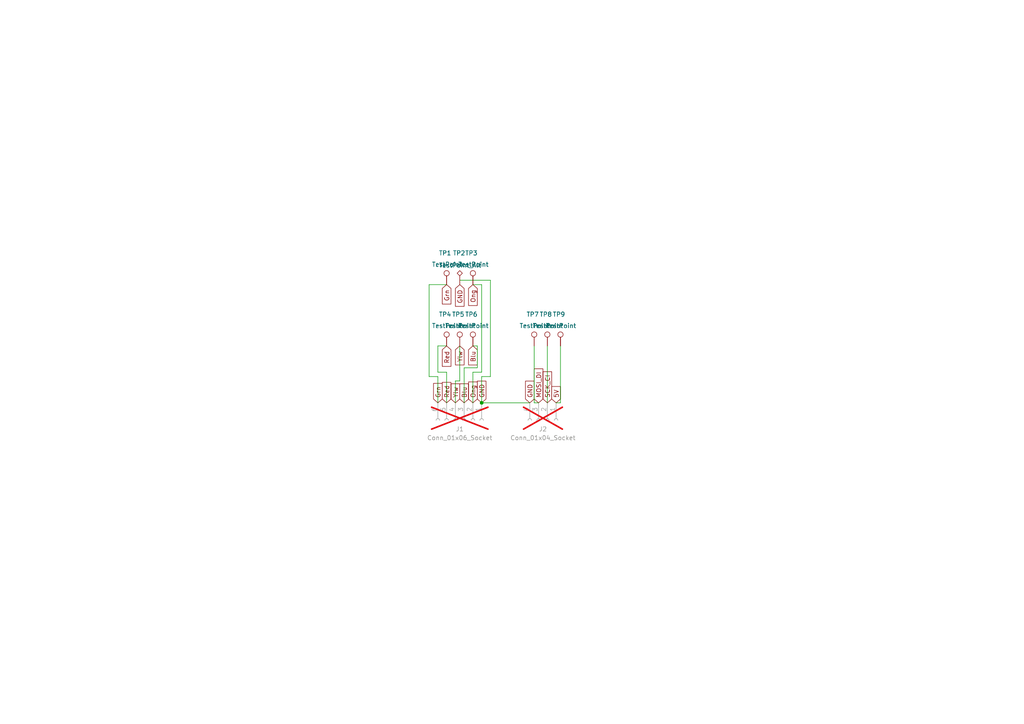
<source format=kicad_sch>
(kicad_sch
	(version 20231120)
	(generator "eeschema")
	(generator_version "8.0")
	(uuid "10916d6f-42d4-43e4-86bb-5b0bcc61a618")
	(paper "A4")
	(lib_symbols
		(symbol "Connector:Conn_01x04_Socket"
			(pin_names
				(offset 1.016) hide)
			(exclude_from_sim no)
			(in_bom yes)
			(on_board yes)
			(property "Reference" "J"
				(at 0 5.08 0)
				(effects
					(font
						(size 1.27 1.27)
					)
				)
			)
			(property "Value" "Conn_01x04_Socket"
				(at 0 -7.62 0)
				(effects
					(font
						(size 1.27 1.27)
					)
				)
			)
			(property "Footprint" ""
				(at 0 0 0)
				(effects
					(font
						(size 1.27 1.27)
					)
					(hide yes)
				)
			)
			(property "Datasheet" "~"
				(at 0 0 0)
				(effects
					(font
						(size 1.27 1.27)
					)
					(hide yes)
				)
			)
			(property "Description" "Generic connector, single row, 01x04, script generated"
				(at 0 0 0)
				(effects
					(font
						(size 1.27 1.27)
					)
					(hide yes)
				)
			)
			(property "ki_locked" ""
				(at 0 0 0)
				(effects
					(font
						(size 1.27 1.27)
					)
				)
			)
			(property "ki_keywords" "connector"
				(at 0 0 0)
				(effects
					(font
						(size 1.27 1.27)
					)
					(hide yes)
				)
			)
			(property "ki_fp_filters" "Connector*:*_1x??_*"
				(at 0 0 0)
				(effects
					(font
						(size 1.27 1.27)
					)
					(hide yes)
				)
			)
			(symbol "Conn_01x04_Socket_1_1"
				(arc
					(start 0 -4.572)
					(mid -0.5058 -5.08)
					(end 0 -5.588)
					(stroke
						(width 0.1524)
						(type default)
					)
					(fill
						(type none)
					)
				)
				(arc
					(start 0 -2.032)
					(mid -0.5058 -2.54)
					(end 0 -3.048)
					(stroke
						(width 0.1524)
						(type default)
					)
					(fill
						(type none)
					)
				)
				(polyline
					(pts
						(xy -1.27 -5.08) (xy -0.508 -5.08)
					)
					(stroke
						(width 0.1524)
						(type default)
					)
					(fill
						(type none)
					)
				)
				(polyline
					(pts
						(xy -1.27 -2.54) (xy -0.508 -2.54)
					)
					(stroke
						(width 0.1524)
						(type default)
					)
					(fill
						(type none)
					)
				)
				(polyline
					(pts
						(xy -1.27 0) (xy -0.508 0)
					)
					(stroke
						(width 0.1524)
						(type default)
					)
					(fill
						(type none)
					)
				)
				(polyline
					(pts
						(xy -1.27 2.54) (xy -0.508 2.54)
					)
					(stroke
						(width 0.1524)
						(type default)
					)
					(fill
						(type none)
					)
				)
				(arc
					(start 0 0.508)
					(mid -0.5058 0)
					(end 0 -0.508)
					(stroke
						(width 0.1524)
						(type default)
					)
					(fill
						(type none)
					)
				)
				(arc
					(start 0 3.048)
					(mid -0.5058 2.54)
					(end 0 2.032)
					(stroke
						(width 0.1524)
						(type default)
					)
					(fill
						(type none)
					)
				)
				(pin passive line
					(at -5.08 2.54 0)
					(length 3.81)
					(name "Pin_1"
						(effects
							(font
								(size 1.27 1.27)
							)
						)
					)
					(number "1"
						(effects
							(font
								(size 1.27 1.27)
							)
						)
					)
				)
				(pin passive line
					(at -5.08 0 0)
					(length 3.81)
					(name "Pin_2"
						(effects
							(font
								(size 1.27 1.27)
							)
						)
					)
					(number "2"
						(effects
							(font
								(size 1.27 1.27)
							)
						)
					)
				)
				(pin passive line
					(at -5.08 -2.54 0)
					(length 3.81)
					(name "Pin_3"
						(effects
							(font
								(size 1.27 1.27)
							)
						)
					)
					(number "3"
						(effects
							(font
								(size 1.27 1.27)
							)
						)
					)
				)
				(pin passive line
					(at -5.08 -5.08 0)
					(length 3.81)
					(name "Pin_4"
						(effects
							(font
								(size 1.27 1.27)
							)
						)
					)
					(number "4"
						(effects
							(font
								(size 1.27 1.27)
							)
						)
					)
				)
			)
		)
		(symbol "Connector:Conn_01x06_Socket"
			(pin_names
				(offset 1.016) hide)
			(exclude_from_sim no)
			(in_bom yes)
			(on_board yes)
			(property "Reference" "J"
				(at 0 7.62 0)
				(effects
					(font
						(size 1.27 1.27)
					)
				)
			)
			(property "Value" "Conn_01x06_Socket"
				(at 0 -10.16 0)
				(effects
					(font
						(size 1.27 1.27)
					)
				)
			)
			(property "Footprint" ""
				(at 0 0 0)
				(effects
					(font
						(size 1.27 1.27)
					)
					(hide yes)
				)
			)
			(property "Datasheet" "~"
				(at 0 0 0)
				(effects
					(font
						(size 1.27 1.27)
					)
					(hide yes)
				)
			)
			(property "Description" "Generic connector, single row, 01x06, script generated"
				(at 0 0 0)
				(effects
					(font
						(size 1.27 1.27)
					)
					(hide yes)
				)
			)
			(property "ki_locked" ""
				(at 0 0 0)
				(effects
					(font
						(size 1.27 1.27)
					)
				)
			)
			(property "ki_keywords" "connector"
				(at 0 0 0)
				(effects
					(font
						(size 1.27 1.27)
					)
					(hide yes)
				)
			)
			(property "ki_fp_filters" "Connector*:*_1x??_*"
				(at 0 0 0)
				(effects
					(font
						(size 1.27 1.27)
					)
					(hide yes)
				)
			)
			(symbol "Conn_01x06_Socket_1_1"
				(arc
					(start 0 -7.112)
					(mid -0.5058 -7.62)
					(end 0 -8.128)
					(stroke
						(width 0.1524)
						(type default)
					)
					(fill
						(type none)
					)
				)
				(arc
					(start 0 -4.572)
					(mid -0.5058 -5.08)
					(end 0 -5.588)
					(stroke
						(width 0.1524)
						(type default)
					)
					(fill
						(type none)
					)
				)
				(arc
					(start 0 -2.032)
					(mid -0.5058 -2.54)
					(end 0 -3.048)
					(stroke
						(width 0.1524)
						(type default)
					)
					(fill
						(type none)
					)
				)
				(polyline
					(pts
						(xy -1.27 -7.62) (xy -0.508 -7.62)
					)
					(stroke
						(width 0.1524)
						(type default)
					)
					(fill
						(type none)
					)
				)
				(polyline
					(pts
						(xy -1.27 -5.08) (xy -0.508 -5.08)
					)
					(stroke
						(width 0.1524)
						(type default)
					)
					(fill
						(type none)
					)
				)
				(polyline
					(pts
						(xy -1.27 -2.54) (xy -0.508 -2.54)
					)
					(stroke
						(width 0.1524)
						(type default)
					)
					(fill
						(type none)
					)
				)
				(polyline
					(pts
						(xy -1.27 0) (xy -0.508 0)
					)
					(stroke
						(width 0.1524)
						(type default)
					)
					(fill
						(type none)
					)
				)
				(polyline
					(pts
						(xy -1.27 2.54) (xy -0.508 2.54)
					)
					(stroke
						(width 0.1524)
						(type default)
					)
					(fill
						(type none)
					)
				)
				(polyline
					(pts
						(xy -1.27 5.08) (xy -0.508 5.08)
					)
					(stroke
						(width 0.1524)
						(type default)
					)
					(fill
						(type none)
					)
				)
				(arc
					(start 0 0.508)
					(mid -0.5058 0)
					(end 0 -0.508)
					(stroke
						(width 0.1524)
						(type default)
					)
					(fill
						(type none)
					)
				)
				(arc
					(start 0 3.048)
					(mid -0.5058 2.54)
					(end 0 2.032)
					(stroke
						(width 0.1524)
						(type default)
					)
					(fill
						(type none)
					)
				)
				(arc
					(start 0 5.588)
					(mid -0.5058 5.08)
					(end 0 4.572)
					(stroke
						(width 0.1524)
						(type default)
					)
					(fill
						(type none)
					)
				)
				(pin passive line
					(at -5.08 5.08 0)
					(length 3.81)
					(name "Pin_1"
						(effects
							(font
								(size 1.27 1.27)
							)
						)
					)
					(number "1"
						(effects
							(font
								(size 1.27 1.27)
							)
						)
					)
				)
				(pin passive line
					(at -5.08 2.54 0)
					(length 3.81)
					(name "Pin_2"
						(effects
							(font
								(size 1.27 1.27)
							)
						)
					)
					(number "2"
						(effects
							(font
								(size 1.27 1.27)
							)
						)
					)
				)
				(pin passive line
					(at -5.08 0 0)
					(length 3.81)
					(name "Pin_3"
						(effects
							(font
								(size 1.27 1.27)
							)
						)
					)
					(number "3"
						(effects
							(font
								(size 1.27 1.27)
							)
						)
					)
				)
				(pin passive line
					(at -5.08 -2.54 0)
					(length 3.81)
					(name "Pin_4"
						(effects
							(font
								(size 1.27 1.27)
							)
						)
					)
					(number "4"
						(effects
							(font
								(size 1.27 1.27)
							)
						)
					)
				)
				(pin passive line
					(at -5.08 -5.08 0)
					(length 3.81)
					(name "Pin_5"
						(effects
							(font
								(size 1.27 1.27)
							)
						)
					)
					(number "5"
						(effects
							(font
								(size 1.27 1.27)
							)
						)
					)
				)
				(pin passive line
					(at -5.08 -7.62 0)
					(length 3.81)
					(name "Pin_6"
						(effects
							(font
								(size 1.27 1.27)
							)
						)
					)
					(number "6"
						(effects
							(font
								(size 1.27 1.27)
							)
						)
					)
				)
			)
		)
		(symbol "Connector:TestPoint"
			(pin_numbers hide)
			(pin_names
				(offset 0.762) hide)
			(exclude_from_sim no)
			(in_bom yes)
			(on_board yes)
			(property "Reference" "TP"
				(at 0 6.858 0)
				(effects
					(font
						(size 1.27 1.27)
					)
				)
			)
			(property "Value" "TestPoint"
				(at 0 5.08 0)
				(effects
					(font
						(size 1.27 1.27)
					)
				)
			)
			(property "Footprint" ""
				(at 5.08 0 0)
				(effects
					(font
						(size 1.27 1.27)
					)
					(hide yes)
				)
			)
			(property "Datasheet" "~"
				(at 5.08 0 0)
				(effects
					(font
						(size 1.27 1.27)
					)
					(hide yes)
				)
			)
			(property "Description" "test point"
				(at 0 0 0)
				(effects
					(font
						(size 1.27 1.27)
					)
					(hide yes)
				)
			)
			(property "ki_keywords" "test point tp"
				(at 0 0 0)
				(effects
					(font
						(size 1.27 1.27)
					)
					(hide yes)
				)
			)
			(property "ki_fp_filters" "Pin* Test*"
				(at 0 0 0)
				(effects
					(font
						(size 1.27 1.27)
					)
					(hide yes)
				)
			)
			(symbol "TestPoint_0_1"
				(circle
					(center 0 3.302)
					(radius 0.762)
					(stroke
						(width 0)
						(type default)
					)
					(fill
						(type none)
					)
				)
			)
			(symbol "TestPoint_1_1"
				(pin passive line
					(at 0 0 90)
					(length 2.54)
					(name "1"
						(effects
							(font
								(size 1.27 1.27)
							)
						)
					)
					(number "1"
						(effects
							(font
								(size 1.27 1.27)
							)
						)
					)
				)
			)
		)
		(symbol "Connector:TestPoint_Alt"
			(pin_numbers hide)
			(pin_names
				(offset 0.762) hide)
			(exclude_from_sim no)
			(in_bom yes)
			(on_board yes)
			(property "Reference" "TP"
				(at 0 6.858 0)
				(effects
					(font
						(size 1.27 1.27)
					)
				)
			)
			(property "Value" "TestPoint_Alt"
				(at 0 5.08 0)
				(effects
					(font
						(size 1.27 1.27)
					)
				)
			)
			(property "Footprint" ""
				(at 5.08 0 0)
				(effects
					(font
						(size 1.27 1.27)
					)
					(hide yes)
				)
			)
			(property "Datasheet" "~"
				(at 5.08 0 0)
				(effects
					(font
						(size 1.27 1.27)
					)
					(hide yes)
				)
			)
			(property "Description" "test point (alternative shape)"
				(at 0 0 0)
				(effects
					(font
						(size 1.27 1.27)
					)
					(hide yes)
				)
			)
			(property "ki_keywords" "test point tp"
				(at 0 0 0)
				(effects
					(font
						(size 1.27 1.27)
					)
					(hide yes)
				)
			)
			(property "ki_fp_filters" "Pin* Test*"
				(at 0 0 0)
				(effects
					(font
						(size 1.27 1.27)
					)
					(hide yes)
				)
			)
			(symbol "TestPoint_Alt_0_1"
				(polyline
					(pts
						(xy 0 2.54) (xy -0.762 3.302) (xy 0 4.064) (xy 0.762 3.302) (xy 0 2.54)
					)
					(stroke
						(width 0)
						(type default)
					)
					(fill
						(type none)
					)
				)
			)
			(symbol "TestPoint_Alt_1_1"
				(pin passive line
					(at 0 0 90)
					(length 2.54)
					(name "1"
						(effects
							(font
								(size 1.27 1.27)
							)
						)
					)
					(number "1"
						(effects
							(font
								(size 1.27 1.27)
							)
						)
					)
				)
			)
		)
	)
	(junction
		(at 139.7 116.84)
		(diameter 0)
		(color 0 0 0 0)
		(uuid "bf925ffb-0af6-433b-9998-bcdf7a1704c3")
	)
	(wire
		(pts
			(xy 124.46 82.55) (xy 124.46 109.22)
		)
		(stroke
			(width 0)
			(type default)
		)
		(uuid "0274034f-9b6e-408d-ba08-79118f8deca3")
	)
	(wire
		(pts
			(xy 133.35 100.33) (xy 133.35 110.49)
		)
		(stroke
			(width 0)
			(type default)
		)
		(uuid "096a1090-9cde-4e7e-9210-2c7b25f92af5")
	)
	(wire
		(pts
			(xy 137.16 107.95) (xy 139.7 107.95)
		)
		(stroke
			(width 0)
			(type default)
		)
		(uuid "0be75733-ff7a-49a8-b531-ef6486cceacb")
	)
	(wire
		(pts
			(xy 154.94 116.84) (xy 154.94 100.33)
		)
		(stroke
			(width 0)
			(type default)
		)
		(uuid "1517901f-61bf-4cb5-bf47-34a94011afeb")
	)
	(wire
		(pts
			(xy 161.29 116.84) (xy 162.56 116.84)
		)
		(stroke
			(width 0)
			(type default)
		)
		(uuid "15cfa1c1-45a5-4f6b-803d-e0ec1fdd40e7")
	)
	(wire
		(pts
			(xy 137.16 82.55) (xy 139.7 82.55)
		)
		(stroke
			(width 0)
			(type default)
		)
		(uuid "1be59d60-559f-47b2-a687-acc99165ce4c")
	)
	(wire
		(pts
			(xy 137.16 116.84) (xy 137.16 107.95)
		)
		(stroke
			(width 0)
			(type default)
		)
		(uuid "41f843bf-7324-49ae-9b22-6114da48e715")
	)
	(wire
		(pts
			(xy 124.46 109.22) (xy 127 109.22)
		)
		(stroke
			(width 0)
			(type default)
		)
		(uuid "4428bd22-77dc-4428-a11f-30ea26a0df49")
	)
	(wire
		(pts
			(xy 139.7 109.22) (xy 139.7 116.84)
		)
		(stroke
			(width 0)
			(type default)
		)
		(uuid "45e52b4b-11c9-4596-ba3e-6fc6375b550f")
	)
	(wire
		(pts
			(xy 142.24 109.22) (xy 139.7 109.22)
		)
		(stroke
			(width 0)
			(type default)
		)
		(uuid "4936e368-9e60-4617-acee-c8518f23b26d")
	)
	(wire
		(pts
			(xy 132.08 110.49) (xy 132.08 116.84)
		)
		(stroke
			(width 0)
			(type default)
		)
		(uuid "506cb8b3-c27e-46aa-9ace-d9bed0471003")
	)
	(wire
		(pts
			(xy 139.7 107.95) (xy 139.7 82.55)
		)
		(stroke
			(width 0)
			(type default)
		)
		(uuid "58eb7902-f0e2-42ad-acb0-b4e5f9a4d348")
	)
	(wire
		(pts
			(xy 142.24 81.28) (xy 142.24 109.22)
		)
		(stroke
			(width 0)
			(type default)
		)
		(uuid "6c2a201f-233d-429f-9c94-087068655fc8")
	)
	(wire
		(pts
			(xy 138.43 106.68) (xy 138.43 100.33)
		)
		(stroke
			(width 0)
			(type default)
		)
		(uuid "6cda7586-bcd3-4a3c-a5c6-9ff0517bd3dd")
	)
	(wire
		(pts
			(xy 127 109.22) (xy 127 116.84)
		)
		(stroke
			(width 0)
			(type default)
		)
		(uuid "71385968-eb71-43dc-82f4-7e80b677428f")
	)
	(wire
		(pts
			(xy 133.35 110.49) (xy 132.08 110.49)
		)
		(stroke
			(width 0)
			(type default)
		)
		(uuid "7ece2b0e-dff7-42d0-a933-5c51c78aeb19")
	)
	(wire
		(pts
			(xy 158.75 100.33) (xy 158.75 116.84)
		)
		(stroke
			(width 0)
			(type default)
		)
		(uuid "865817a8-fd6e-4966-b686-0b3c02288717")
	)
	(wire
		(pts
			(xy 138.43 100.33) (xy 137.16 100.33)
		)
		(stroke
			(width 0)
			(type default)
		)
		(uuid "8933211d-7b9a-4ad3-97e8-59763dbcc55c")
	)
	(wire
		(pts
			(xy 133.35 82.55) (xy 133.35 81.28)
		)
		(stroke
			(width 0)
			(type default)
		)
		(uuid "8a9e90dc-96d9-4089-aec5-a7d1bc3d611e")
	)
	(wire
		(pts
			(xy 139.7 116.84) (xy 153.67 116.84)
		)
		(stroke
			(width 0)
			(type default)
		)
		(uuid "8b434f13-7bbc-4a0b-a6ce-ed2aa31a818b")
	)
	(wire
		(pts
			(xy 129.54 107.95) (xy 129.54 116.84)
		)
		(stroke
			(width 0)
			(type default)
		)
		(uuid "9303df37-6856-4af6-ae1f-ce4009af5ebd")
	)
	(wire
		(pts
			(xy 133.35 81.28) (xy 142.24 81.28)
		)
		(stroke
			(width 0)
			(type default)
		)
		(uuid "98922383-540c-4174-9112-609628c72ab2")
	)
	(wire
		(pts
			(xy 162.56 116.84) (xy 162.56 100.33)
		)
		(stroke
			(width 0)
			(type default)
		)
		(uuid "a833bcb4-5876-4348-9840-beff073029e7")
	)
	(wire
		(pts
			(xy 134.62 106.68) (xy 138.43 106.68)
		)
		(stroke
			(width 0)
			(type default)
		)
		(uuid "ac50f9eb-2e4a-4260-87f8-b88ab7c9f682")
	)
	(wire
		(pts
			(xy 127 107.95) (xy 129.54 107.95)
		)
		(stroke
			(width 0)
			(type default)
		)
		(uuid "aea3d0b6-0101-4008-9a3b-9805de3cc6ba")
	)
	(wire
		(pts
			(xy 129.54 100.33) (xy 127 100.33)
		)
		(stroke
			(width 0)
			(type default)
		)
		(uuid "b0f9a54e-199b-46dd-ab1a-489aaf9771d5")
	)
	(wire
		(pts
			(xy 127 100.33) (xy 127 107.95)
		)
		(stroke
			(width 0)
			(type default)
		)
		(uuid "cce16e78-3922-4ee5-b5c7-346c7f948d09")
	)
	(wire
		(pts
			(xy 129.54 82.55) (xy 124.46 82.55)
		)
		(stroke
			(width 0)
			(type default)
		)
		(uuid "cf7206d0-321d-4fc0-a80f-1099236fde6d")
	)
	(wire
		(pts
			(xy 134.62 116.84) (xy 134.62 106.68)
		)
		(stroke
			(width 0)
			(type default)
		)
		(uuid "e5978c97-5031-4d99-8541-c9a71a282bf3")
	)
	(wire
		(pts
			(xy 156.21 116.84) (xy 154.94 116.84)
		)
		(stroke
			(width 0)
			(type default)
		)
		(uuid "e8895695-047f-4ea4-9ec7-6845391fb740")
	)
	(global_label "Blu"
		(shape input)
		(at 134.62 116.84 90)
		(fields_autoplaced yes)
		(effects
			(font
				(size 1.27 1.27)
			)
			(justify left)
		)
		(uuid "3dec58c2-246a-4fc3-bade-be2e2dae9531")
		(property "Intersheetrefs" "${INTERSHEET_REFS}"
			(at 134.62 110.7706 90)
			(effects
				(font
					(size 1.27 1.27)
				)
				(justify left)
				(hide yes)
			)
		)
	)
	(global_label "Ylw"
		(shape input)
		(at 132.08 116.84 90)
		(fields_autoplaced yes)
		(effects
			(font
				(size 1.27 1.27)
			)
			(justify left)
		)
		(uuid "431626f5-b439-4d1b-868b-454f4157da62")
		(property "Intersheetrefs" "${INTERSHEET_REFS}"
			(at 132.08 110.7705 90)
			(effects
				(font
					(size 1.27 1.27)
				)
				(justify left)
				(hide yes)
			)
		)
	)
	(global_label "SCK_CI"
		(shape input)
		(at 158.75 116.84 90)
		(fields_autoplaced yes)
		(effects
			(font
				(size 1.27 1.27)
			)
			(justify left)
		)
		(uuid "4b3d1f8e-2c03-4c4d-8299-3cca46bc0f2f")
		(property "Intersheetrefs" "${INTERSHEET_REFS}"
			(at 158.75 107.2629 90)
			(effects
				(font
					(size 1.27 1.27)
				)
				(justify left)
				(hide yes)
			)
		)
	)
	(global_label "5V"
		(shape input)
		(at 161.29 116.84 90)
		(fields_autoplaced yes)
		(effects
			(font
				(size 1.27 1.27)
			)
			(justify left)
		)
		(uuid "713521f4-2a9d-4838-bf7e-e7f63a3306fb")
		(property "Intersheetrefs" "${INTERSHEET_REFS}"
			(at 161.29 111.5567 90)
			(effects
				(font
					(size 1.27 1.27)
				)
				(justify left)
				(hide yes)
			)
		)
	)
	(global_label "GND"
		(shape input)
		(at 153.67 116.84 90)
		(fields_autoplaced yes)
		(effects
			(font
				(size 1.27 1.27)
			)
			(justify left)
		)
		(uuid "7adf1a6e-787d-40ae-b5e9-6e2141b1e50a")
		(property "Intersheetrefs" "${INTERSHEET_REFS}"
			(at 153.67 109.9843 90)
			(effects
				(font
					(size 1.27 1.27)
				)
				(justify left)
				(hide yes)
			)
		)
	)
	(global_label "Ong"
		(shape input)
		(at 137.16 116.84 90)
		(fields_autoplaced yes)
		(effects
			(font
				(size 1.27 1.27)
			)
			(justify left)
		)
		(uuid "a43db758-5948-4041-be49-e078276d1e2f")
		(property "Intersheetrefs" "${INTERSHEET_REFS}"
			(at 137.16 110.2263 90)
			(effects
				(font
					(size 1.27 1.27)
				)
				(justify left)
				(hide yes)
			)
		)
	)
	(global_label "GND"
		(shape input)
		(at 139.7 116.84 90)
		(fields_autoplaced yes)
		(effects
			(font
				(size 1.27 1.27)
			)
			(justify left)
		)
		(uuid "b5fea0ae-332e-4303-a007-866710343011")
		(property "Intersheetrefs" "${INTERSHEET_REFS}"
			(at 139.7 109.9843 90)
			(effects
				(font
					(size 1.27 1.27)
				)
				(justify left)
				(hide yes)
			)
		)
	)
	(global_label "Ong"
		(shape input)
		(at 137.16 82.55 270)
		(fields_autoplaced yes)
		(effects
			(font
				(size 1.27 1.27)
			)
			(justify right)
		)
		(uuid "b7b2badc-deab-4f1e-9d01-aee6b481ab08")
		(property "Intersheetrefs" "${INTERSHEET_REFS}"
			(at 137.16 89.1637 90)
			(effects
				(font
					(size 1.27 1.27)
				)
				(justify right)
				(hide yes)
			)
		)
	)
	(global_label "Red"
		(shape input)
		(at 129.54 100.33 270)
		(fields_autoplaced yes)
		(effects
			(font
				(size 1.27 1.27)
			)
			(justify right)
		)
		(uuid "b82985e4-47ac-41fb-9412-a91a7d5132ec")
		(property "Intersheetrefs" "${INTERSHEET_REFS}"
			(at 129.54 106.8228 90)
			(effects
				(font
					(size 1.27 1.27)
				)
				(justify right)
				(hide yes)
			)
		)
	)
	(global_label "Red"
		(shape input)
		(at 129.54 116.84 90)
		(fields_autoplaced yes)
		(effects
			(font
				(size 1.27 1.27)
			)
			(justify left)
		)
		(uuid "be45af8d-67f3-40a0-a148-ae4a8c50087d")
		(property "Intersheetrefs" "${INTERSHEET_REFS}"
			(at 129.54 110.3472 90)
			(effects
				(font
					(size 1.27 1.27)
				)
				(justify left)
				(hide yes)
			)
		)
	)
	(global_label "Grn"
		(shape input)
		(at 127 116.84 90)
		(fields_autoplaced yes)
		(effects
			(font
				(size 1.27 1.27)
			)
			(justify left)
		)
		(uuid "df60784d-b315-4410-b9f5-74d8a0937cc8")
		(property "Intersheetrefs" "${INTERSHEET_REFS}"
			(at 127 110.6496 90)
			(effects
				(font
					(size 1.27 1.27)
				)
				(justify left)
				(hide yes)
			)
		)
	)
	(global_label "Blu"
		(shape input)
		(at 137.16 100.33 270)
		(fields_autoplaced yes)
		(effects
			(font
				(size 1.27 1.27)
			)
			(justify right)
		)
		(uuid "eb1c5cb8-9c5e-49c0-9cd0-967d2d00bcaf")
		(property "Intersheetrefs" "${INTERSHEET_REFS}"
			(at 137.16 106.3994 90)
			(effects
				(font
					(size 1.27 1.27)
				)
				(justify right)
				(hide yes)
			)
		)
	)
	(global_label "GND"
		(shape input)
		(at 133.35 82.55 270)
		(fields_autoplaced yes)
		(effects
			(font
				(size 1.27 1.27)
			)
			(justify right)
		)
		(uuid "ee6dc249-7477-4b0d-ace0-d8ac78b402f3")
		(property "Intersheetrefs" "${INTERSHEET_REFS}"
			(at 133.35 89.4057 90)
			(effects
				(font
					(size 1.27 1.27)
				)
				(justify right)
				(hide yes)
			)
		)
	)
	(global_label "Ylw"
		(shape input)
		(at 133.35 100.33 270)
		(fields_autoplaced yes)
		(effects
			(font
				(size 1.27 1.27)
			)
			(justify right)
		)
		(uuid "f1fcfb37-bcb2-4c3c-9ae4-f27305a9aab2")
		(property "Intersheetrefs" "${INTERSHEET_REFS}"
			(at 133.35 106.3995 90)
			(effects
				(font
					(size 1.27 1.27)
				)
				(justify right)
				(hide yes)
			)
		)
	)
	(global_label "MOSI_DI"
		(shape input)
		(at 156.21 116.84 90)
		(fields_autoplaced yes)
		(effects
			(font
				(size 1.27 1.27)
			)
			(justify left)
		)
		(uuid "f7c4a33d-4e24-424d-9194-70f4fe67522a")
		(property "Intersheetrefs" "${INTERSHEET_REFS}"
			(at 156.21 106.4162 90)
			(effects
				(font
					(size 1.27 1.27)
				)
				(justify left)
				(hide yes)
			)
		)
	)
	(global_label "Grn"
		(shape input)
		(at 129.54 82.55 270)
		(fields_autoplaced yes)
		(effects
			(font
				(size 1.27 1.27)
			)
			(justify right)
		)
		(uuid "fc79ead5-d0e7-44a4-8843-4bbcde6d9969")
		(property "Intersheetrefs" "${INTERSHEET_REFS}"
			(at 129.54 88.7404 90)
			(effects
				(font
					(size 1.27 1.27)
				)
				(justify right)
				(hide yes)
			)
		)
	)
	(symbol
		(lib_id "Connector:TestPoint_Alt")
		(at 133.35 82.55 0)
		(unit 1)
		(exclude_from_sim no)
		(in_bom yes)
		(on_board yes)
		(dnp no)
		(uuid "48caa2c7-f00f-465d-87fb-3d7598208915")
		(property "Reference" "TP2"
			(at 131.318 73.406 0)
			(effects
				(font
					(size 1.27 1.27)
				)
				(justify left)
			)
		)
		(property "Value" "TestPoint_Alt"
			(at 127.254 76.962 0)
			(effects
				(font
					(size 1.27 1.27)
				)
				(justify left)
			)
		)
		(property "Footprint" "CustomFootprints:TestPoint_Pad_D2.75mm"
			(at 138.43 82.55 0)
			(effects
				(font
					(size 1.27 1.27)
				)
				(hide yes)
			)
		)
		(property "Datasheet" "~"
			(at 138.43 82.55 0)
			(effects
				(font
					(size 1.27 1.27)
				)
				(hide yes)
			)
		)
		(property "Description" "test point (alternative shape)"
			(at 133.35 82.55 0)
			(effects
				(font
					(size 1.27 1.27)
				)
				(hide yes)
			)
		)
		(pin "1"
			(uuid "097762e0-89ce-47d9-9b3c-b477d63aeef0")
		)
		(instances
			(project ""
				(path "/10916d6f-42d4-43e4-86bb-5b0bcc61a618"
					(reference "TP2")
					(unit 1)
				)
			)
		)
	)
	(symbol
		(lib_id "Connector:TestPoint")
		(at 162.56 100.33 0)
		(unit 1)
		(exclude_from_sim no)
		(in_bom yes)
		(on_board yes)
		(dnp no)
		(uuid "4dadf341-0996-4e71-a980-9b7957b590b1")
		(property "Reference" "TP9"
			(at 160.274 91.186 0)
			(effects
				(font
					(size 1.27 1.27)
				)
				(justify left)
			)
		)
		(property "Value" "TestPoint"
			(at 158.242 94.488 0)
			(effects
				(font
					(size 1.27 1.27)
				)
				(justify left)
			)
		)
		(property "Footprint" "CustomFootprints:TestPoint_Pad_D2.75mm"
			(at 167.64 100.33 0)
			(effects
				(font
					(size 1.27 1.27)
				)
				(hide yes)
			)
		)
		(property "Datasheet" "~"
			(at 167.64 100.33 0)
			(effects
				(font
					(size 1.27 1.27)
				)
				(hide yes)
			)
		)
		(property "Description" "test point"
			(at 162.56 100.33 0)
			(effects
				(font
					(size 1.27 1.27)
				)
				(hide yes)
			)
		)
		(pin "1"
			(uuid "38a30a0e-56bf-4ad4-99f8-2a2e1bbe01fd")
		)
		(instances
			(project "Interface-9Pin"
				(path "/10916d6f-42d4-43e4-86bb-5b0bcc61a618"
					(reference "TP9")
					(unit 1)
				)
			)
		)
	)
	(symbol
		(lib_id "Connector:TestPoint")
		(at 137.16 82.55 0)
		(unit 1)
		(exclude_from_sim no)
		(in_bom yes)
		(on_board yes)
		(dnp no)
		(uuid "52a4a92e-9bb4-4390-8e30-00eb705d8011")
		(property "Reference" "TP3"
			(at 134.874 73.406 0)
			(effects
				(font
					(size 1.27 1.27)
				)
				(justify left)
			)
		)
		(property "Value" "TestPoint"
			(at 132.842 76.708 0)
			(effects
				(font
					(size 1.27 1.27)
				)
				(justify left)
			)
		)
		(property "Footprint" "CustomFootprints:TestPoint_Pad_D2.75mm"
			(at 142.24 82.55 0)
			(effects
				(font
					(size 1.27 1.27)
				)
				(hide yes)
			)
		)
		(property "Datasheet" "~"
			(at 142.24 82.55 0)
			(effects
				(font
					(size 1.27 1.27)
				)
				(hide yes)
			)
		)
		(property "Description" "test point"
			(at 137.16 82.55 0)
			(effects
				(font
					(size 1.27 1.27)
				)
				(hide yes)
			)
		)
		(pin "1"
			(uuid "c2005174-d760-4e06-a254-77d5bf93a815")
		)
		(instances
			(project "InterfaceBoard"
				(path "/10916d6f-42d4-43e4-86bb-5b0bcc61a618"
					(reference "TP3")
					(unit 1)
				)
			)
		)
	)
	(symbol
		(lib_id "Connector:TestPoint")
		(at 154.94 100.33 0)
		(unit 1)
		(exclude_from_sim no)
		(in_bom yes)
		(on_board yes)
		(dnp no)
		(uuid "6434e53f-7849-44b1-96f4-37077021ea72")
		(property "Reference" "TP7"
			(at 152.654 91.186 0)
			(effects
				(font
					(size 1.27 1.27)
				)
				(justify left)
			)
		)
		(property "Value" "TestPoint"
			(at 150.622 94.488 0)
			(effects
				(font
					(size 1.27 1.27)
				)
				(justify left)
			)
		)
		(property "Footprint" "CustomFootprints:TestPoint_Pad_D2.75mm"
			(at 160.02 100.33 0)
			(effects
				(font
					(size 1.27 1.27)
				)
				(hide yes)
			)
		)
		(property "Datasheet" "~"
			(at 160.02 100.33 0)
			(effects
				(font
					(size 1.27 1.27)
				)
				(hide yes)
			)
		)
		(property "Description" "test point"
			(at 154.94 100.33 0)
			(effects
				(font
					(size 1.27 1.27)
				)
				(hide yes)
			)
		)
		(pin "1"
			(uuid "069308cd-bc29-40e0-9f86-7f41ce4891bb")
		)
		(instances
			(project "Interface-9Pin"
				(path "/10916d6f-42d4-43e4-86bb-5b0bcc61a618"
					(reference "TP7")
					(unit 1)
				)
			)
		)
	)
	(symbol
		(lib_id "Connector:TestPoint")
		(at 137.16 100.33 0)
		(unit 1)
		(exclude_from_sim no)
		(in_bom yes)
		(on_board yes)
		(dnp no)
		(uuid "6f51b091-d956-4632-84a5-6f0064ee7ec4")
		(property "Reference" "TP6"
			(at 134.874 91.186 0)
			(effects
				(font
					(size 1.27 1.27)
				)
				(justify left)
			)
		)
		(property "Value" "TestPoint"
			(at 132.842 94.488 0)
			(effects
				(font
					(size 1.27 1.27)
				)
				(justify left)
			)
		)
		(property "Footprint" "CustomFootprints:TestPoint_Pad_D2.75mm"
			(at 142.24 100.33 0)
			(effects
				(font
					(size 1.27 1.27)
				)
				(hide yes)
			)
		)
		(property "Datasheet" "~"
			(at 142.24 100.33 0)
			(effects
				(font
					(size 1.27 1.27)
				)
				(hide yes)
			)
		)
		(property "Description" "test point"
			(at 137.16 100.33 0)
			(effects
				(font
					(size 1.27 1.27)
				)
				(hide yes)
			)
		)
		(pin "1"
			(uuid "d0398838-37ce-4000-8022-992395dd5ffa")
		)
		(instances
			(project "InterfaceBoard"
				(path "/10916d6f-42d4-43e4-86bb-5b0bcc61a618"
					(reference "TP6")
					(unit 1)
				)
			)
		)
	)
	(symbol
		(lib_id "Connector:Conn_01x06_Socket")
		(at 134.62 121.92 270)
		(unit 1)
		(exclude_from_sim no)
		(in_bom yes)
		(on_board yes)
		(dnp yes)
		(fields_autoplaced yes)
		(uuid "8d615f64-2c66-402c-a88b-a1627ba20aab")
		(property "Reference" "J1"
			(at 133.35 124.46 90)
			(effects
				(font
					(size 1.27 1.27)
				)
			)
		)
		(property "Value" "Conn_01x06_Socket"
			(at 133.35 127 90)
			(effects
				(font
					(size 1.27 1.27)
				)
			)
		)
		(property "Footprint" "Connector_PinSocket_2.54mm:PinSocket_1x06_P2.54mm_Vertical"
			(at 134.62 121.92 0)
			(effects
				(font
					(size 1.27 1.27)
				)
				(hide yes)
			)
		)
		(property "Datasheet" "~"
			(at 134.62 121.92 0)
			(effects
				(font
					(size 1.27 1.27)
				)
				(hide yes)
			)
		)
		(property "Description" "Generic connector, single row, 01x06, script generated"
			(at 134.62 121.92 0)
			(effects
				(font
					(size 1.27 1.27)
				)
				(hide yes)
			)
		)
		(pin "6"
			(uuid "2ea94fde-1f14-4483-a15a-a165a9a38909")
		)
		(pin "1"
			(uuid "9e0d0ed4-678d-4058-8c75-c45f1cfb240d")
		)
		(pin "5"
			(uuid "33710498-dc22-4347-a345-fc3ee434511c")
		)
		(pin "2"
			(uuid "384431ff-f4b2-4f62-bb68-a1f75be6b789")
		)
		(pin "3"
			(uuid "dec55e67-0dc4-41eb-a07e-3d6067754ba0")
		)
		(pin "4"
			(uuid "0cfca7fb-36d6-4736-ac15-63a8f5f56bb1")
		)
		(instances
			(project ""
				(path "/10916d6f-42d4-43e4-86bb-5b0bcc61a618"
					(reference "J1")
					(unit 1)
				)
			)
		)
	)
	(symbol
		(lib_id "Connector:TestPoint")
		(at 129.54 82.55 0)
		(unit 1)
		(exclude_from_sim no)
		(in_bom yes)
		(on_board yes)
		(dnp no)
		(uuid "9a9f24a5-58c8-4a8c-95a0-93d57d2e3f9a")
		(property "Reference" "TP1"
			(at 127.254 73.406 0)
			(effects
				(font
					(size 1.27 1.27)
				)
				(justify left)
			)
		)
		(property "Value" "TestPoint"
			(at 125.222 76.708 0)
			(effects
				(font
					(size 1.27 1.27)
				)
				(justify left)
			)
		)
		(property "Footprint" "CustomFootprints:TestPoint_Pad_D2.75mm"
			(at 134.62 82.55 0)
			(effects
				(font
					(size 1.27 1.27)
				)
				(hide yes)
			)
		)
		(property "Datasheet" "~"
			(at 134.62 82.55 0)
			(effects
				(font
					(size 1.27 1.27)
				)
				(hide yes)
			)
		)
		(property "Description" "test point"
			(at 129.54 82.55 0)
			(effects
				(font
					(size 1.27 1.27)
				)
				(hide yes)
			)
		)
		(pin "1"
			(uuid "f8f7982a-2927-44b5-93b6-0163ef9fe1b1")
		)
		(instances
			(project ""
				(path "/10916d6f-42d4-43e4-86bb-5b0bcc61a618"
					(reference "TP1")
					(unit 1)
				)
			)
		)
	)
	(symbol
		(lib_id "Connector:TestPoint")
		(at 158.75 100.33 0)
		(unit 1)
		(exclude_from_sim no)
		(in_bom yes)
		(on_board yes)
		(dnp no)
		(uuid "c1ad330a-9f76-481d-a3fd-d416b59be6dc")
		(property "Reference" "TP8"
			(at 156.464 91.186 0)
			(effects
				(font
					(size 1.27 1.27)
				)
				(justify left)
			)
		)
		(property "Value" "TestPoint"
			(at 154.432 94.488 0)
			(effects
				(font
					(size 1.27 1.27)
				)
				(justify left)
			)
		)
		(property "Footprint" "CustomFootprints:TestPoint_Pad_D2.75mm"
			(at 163.83 100.33 0)
			(effects
				(font
					(size 1.27 1.27)
				)
				(hide yes)
			)
		)
		(property "Datasheet" "~"
			(at 163.83 100.33 0)
			(effects
				(font
					(size 1.27 1.27)
				)
				(hide yes)
			)
		)
		(property "Description" "test point"
			(at 158.75 100.33 0)
			(effects
				(font
					(size 1.27 1.27)
				)
				(hide yes)
			)
		)
		(pin "1"
			(uuid "2a331a11-c0ec-4b49-ba7e-3cb9cd9d6d4f")
		)
		(instances
			(project "Interface-9Pin"
				(path "/10916d6f-42d4-43e4-86bb-5b0bcc61a618"
					(reference "TP8")
					(unit 1)
				)
			)
		)
	)
	(symbol
		(lib_id "Connector:Conn_01x04_Socket")
		(at 158.75 121.92 270)
		(unit 1)
		(exclude_from_sim no)
		(in_bom yes)
		(on_board yes)
		(dnp yes)
		(fields_autoplaced yes)
		(uuid "c59fb0ad-56e2-4c9e-9965-e322bb1ec308")
		(property "Reference" "J2"
			(at 157.48 124.46 90)
			(effects
				(font
					(size 1.27 1.27)
				)
			)
		)
		(property "Value" "Conn_01x04_Socket"
			(at 157.48 127 90)
			(effects
				(font
					(size 1.27 1.27)
				)
			)
		)
		(property "Footprint" "Connector_PinSocket_2.54mm:PinSocket_1x04_P2.54mm_Vertical"
			(at 158.75 121.92 0)
			(effects
				(font
					(size 1.27 1.27)
				)
				(hide yes)
			)
		)
		(property "Datasheet" "~"
			(at 158.75 121.92 0)
			(effects
				(font
					(size 1.27 1.27)
				)
				(hide yes)
			)
		)
		(property "Description" "Generic connector, single row, 01x04, script generated"
			(at 158.75 121.92 0)
			(effects
				(font
					(size 1.27 1.27)
				)
				(hide yes)
			)
		)
		(pin "1"
			(uuid "12c2f746-563c-4238-860c-e60ac1c00d62")
		)
		(pin "3"
			(uuid "5630312f-390e-45e0-8458-6807bc0497bc")
		)
		(pin "2"
			(uuid "85678881-8be2-45f0-8204-cb600d838834")
		)
		(pin "4"
			(uuid "78614046-a9e5-44d7-9a72-71dcc61a1435")
		)
		(instances
			(project ""
				(path "/10916d6f-42d4-43e4-86bb-5b0bcc61a618"
					(reference "J2")
					(unit 1)
				)
			)
		)
	)
	(symbol
		(lib_id "Connector:TestPoint")
		(at 129.54 100.33 0)
		(unit 1)
		(exclude_from_sim no)
		(in_bom yes)
		(on_board yes)
		(dnp no)
		(uuid "e840e8af-0051-441c-9dd9-acf3dd0f09e7")
		(property "Reference" "TP4"
			(at 127.254 91.186 0)
			(effects
				(font
					(size 1.27 1.27)
				)
				(justify left)
			)
		)
		(property "Value" "TestPoint"
			(at 125.222 94.488 0)
			(effects
				(font
					(size 1.27 1.27)
				)
				(justify left)
			)
		)
		(property "Footprint" "CustomFootprints:TestPoint_Pad_D2.75mm"
			(at 134.62 100.33 0)
			(effects
				(font
					(size 1.27 1.27)
				)
				(hide yes)
			)
		)
		(property "Datasheet" "~"
			(at 134.62 100.33 0)
			(effects
				(font
					(size 1.27 1.27)
				)
				(hide yes)
			)
		)
		(property "Description" "test point"
			(at 129.54 100.33 0)
			(effects
				(font
					(size 1.27 1.27)
				)
				(hide yes)
			)
		)
		(pin "1"
			(uuid "9c05fe16-70f7-4634-8c11-e347c4522b31")
		)
		(instances
			(project "InterfaceBoard"
				(path "/10916d6f-42d4-43e4-86bb-5b0bcc61a618"
					(reference "TP4")
					(unit 1)
				)
			)
		)
	)
	(symbol
		(lib_id "Connector:TestPoint")
		(at 133.35 100.33 0)
		(unit 1)
		(exclude_from_sim no)
		(in_bom yes)
		(on_board yes)
		(dnp no)
		(uuid "f8daadf4-91a5-41f2-aa30-eca9cebb1d30")
		(property "Reference" "TP5"
			(at 131.064 91.186 0)
			(effects
				(font
					(size 1.27 1.27)
				)
				(justify left)
			)
		)
		(property "Value" "TestPoint"
			(at 129.032 94.488 0)
			(effects
				(font
					(size 1.27 1.27)
				)
				(justify left)
			)
		)
		(property "Footprint" "CustomFootprints:TestPoint_Pad_D2.75mm"
			(at 138.43 100.33 0)
			(effects
				(font
					(size 1.27 1.27)
				)
				(hide yes)
			)
		)
		(property "Datasheet" "~"
			(at 138.43 100.33 0)
			(effects
				(font
					(size 1.27 1.27)
				)
				(hide yes)
			)
		)
		(property "Description" "test point"
			(at 133.35 100.33 0)
			(effects
				(font
					(size 1.27 1.27)
				)
				(hide yes)
			)
		)
		(pin "1"
			(uuid "4b7b5cc9-4d3a-4472-b32b-13ee88ee380b")
		)
		(instances
			(project "InterfaceBoard"
				(path "/10916d6f-42d4-43e4-86bb-5b0bcc61a618"
					(reference "TP5")
					(unit 1)
				)
			)
		)
	)
	(sheet_instances
		(path "/"
			(page "1")
		)
	)
)

</source>
